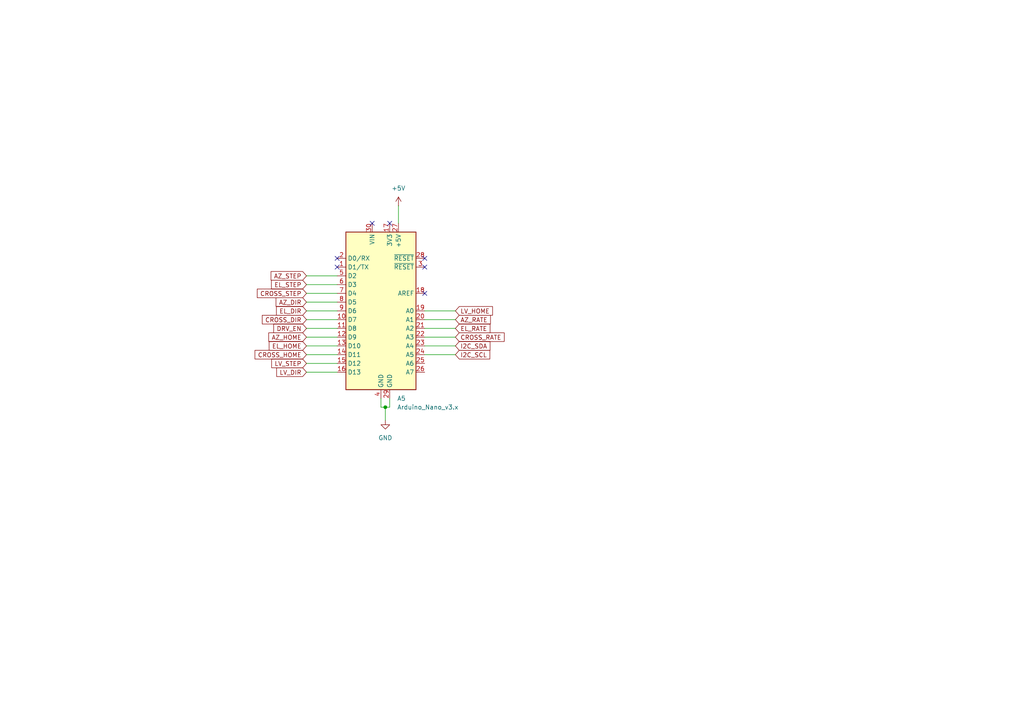
<source format=kicad_sch>
(kicad_sch (version 20250114) (generator "eeschema") (generator_version "9.0")
  (paper "A4")
  (lib_symbols
    (symbol "MCU_Module:Arduino_Nano_v3.x"
      (property "Reference" "A" (at -10.16 23.495 0))
      (property "Value" "Arduino_Nano_v3.x" (at 5.08 -24.13 0))
      (symbol "Arduino_Nano_v3.x_0_1"
        (rectangle (start -10.16 22.86) (end 10.16 -22.86) (stroke (width 0.254)) (fill (type background)))
      )
      (symbol "Arduino_Nano_v3.x_1_1"
        (pin bidirectional line (at -12.7 15.24 0) (length 2.54) (name "D0/RX") (number "2"))
        (pin bidirectional line (at -12.7 12.7 0) (length 2.54) (name "D1/TX") (number "1"))
        (pin bidirectional line (at -12.7 10.16 0) (length 2.54) (name "D2") (number "5"))
        (pin bidirectional line (at -12.7 7.62 0) (length 2.54) (name "D3") (number "6"))
        (pin bidirectional line (at -12.7 5.08 0) (length 2.54) (name "D4") (number "7"))
        (pin bidirectional line (at -12.7 2.54 0) (length 2.54) (name "D5") (number "8"))
        (pin bidirectional line (at -12.7 0 0) (length 2.54) (name "D6") (number "9"))
        (pin bidirectional line (at -12.7 -2.54 0) (length 2.54) (name "D7") (number "10"))
        (pin bidirectional line (at -12.7 -5.08 0) (length 2.54) (name "D8") (number "11"))
        (pin bidirectional line (at -12.7 -7.62 0) (length 2.54) (name "D9") (number "12"))
        (pin bidirectional line (at -12.7 -10.16 0) (length 2.54) (name "D10") (number "13"))
        (pin bidirectional line (at -12.7 -12.7 0) (length 2.54) (name "D11") (number "14"))
        (pin bidirectional line (at -12.7 -15.24 0) (length 2.54) (name "D12") (number "15"))
        (pin bidirectional line (at -12.7 -17.78 0) (length 2.54) (name "D13") (number "16"))
        (pin power_in line (at -2.54 25.4 270) (length 2.54) (name "VIN") (number "30"))
        (pin power_in line (at 0 -25.4 90) (length 2.54) (name "GND") (number "4"))
        (pin power_out line (at 2.54 25.4 270) (length 2.54) (name "3V3") (number "17"))
        (pin power_in line (at 2.54 -25.4 90) (length 2.54) (name "GND") (number "29"))
        (pin power_out line (at 5.08 25.4 270) (length 2.54) (name "+5V") (number "27"))
        (pin input line (at 12.7 15.24 180) (length 2.54) (name "~{RESET}") (number "28"))
        (pin input line (at 12.7 12.7 180) (length 2.54) (name "~{RESET}") (number "3"))
        (pin input line (at 12.7 5.08 180) (length 2.54) (name "AREF") (number "18"))
        (pin bidirectional line (at 12.7 0 180) (length 2.54) (name "A0") (number "19"))
        (pin bidirectional line (at 12.7 -2.54 180) (length 2.54) (name "A1") (number "20"))
        (pin bidirectional line (at 12.7 -5.08 180) (length 2.54) (name "A2") (number "21"))
        (pin bidirectional line (at 12.7 -7.62 180) (length 2.54) (name "A3") (number "22"))
        (pin bidirectional line (at 12.7 -10.16 180) (length 2.54) (name "A4") (number "23"))
        (pin bidirectional line (at 12.7 -12.7 180) (length 2.54) (name "A5") (number "24"))
        (pin bidirectional line (at 12.7 -15.24 180) (length 2.54) (name "A6") (number "25"))
        (pin bidirectional line (at 12.7 -17.78 180) (length 2.54) (name "A7") (number "26"))
      )
    )
    (symbol "power:+5V" (power) (pin_numbers (hide yes)) (pin_names (offset 0) (hide yes))
      (property "Value" "+5V" (at 0 3.556 0))
      (symbol "+5V_0_1"
        (polyline (pts (xy -0.762 1.27) (xy 0 2.54)))
        (polyline (pts (xy 0 2.54) (xy 0.762 1.27)))
        (polyline (pts (xy 0 0) (xy 0 2.54)))
      )
      (symbol "+5V_1_1"
        (pin power_in line (at 0 0 90) (length 0) (name "~") (number "1"))
      )
    )
    (symbol "power:GND" (power) (pin_numbers (hide yes)) (pin_names (offset 0) (hide yes))
      (property "Value" "GND" (at 0 -3.81 0))
      (symbol "GND_0_1"
        (polyline (pts (xy 0 0) (xy 0 -1.27) (xy 1.27 -1.27) (xy 0 -2.54) (xy -1.27 -1.27) (xy 0 -1.27)))
      )
      (symbol "GND_1_1"
        (pin power_in line (at 0 0 270) (length 0) (name "~") (number "1"))
      )
    )
  )
  (junction (at 111.76 118.11))
  (no_connect (at 123.19 74.93))
  (no_connect (at 123.19 85.09))
  (no_connect (at 97.79 74.93))
  (no_connect (at 107.95 64.77))
  (no_connect (at 113.03 64.77))
  (no_connect (at 123.19 77.47))
  (no_connect (at 97.79 77.47))
  (wire (pts (xy 113.03 115.57) (xy 113.03 118.11)))
  (wire (pts (xy 88.9 82.55) (xy 97.79 82.55)))
  (wire (pts (xy 113.03 118.11) (xy 111.76 118.11)))
  (wire (pts (xy 123.19 92.71) (xy 132.08 92.71)))
  (wire (pts (xy 110.49 118.11) (xy 111.76 118.11)))
  (wire (pts (xy 123.19 90.17) (xy 132.08 90.17)))
  (wire (pts (xy 88.9 87.63) (xy 97.79 87.63)))
  (wire (pts (xy 123.19 100.33) (xy 132.08 100.33)))
  (wire (pts (xy 88.9 92.71) (xy 97.79 92.71)))
  (wire (pts (xy 88.9 100.33) (xy 97.79 100.33)))
  (wire (pts (xy 88.9 90.17) (xy 97.79 90.17)))
  (wire (pts (xy 111.76 118.11) (xy 111.76 121.92)))
  (wire (pts (xy 88.9 107.95) (xy 97.79 107.95)))
  (wire (pts (xy 88.9 97.79) (xy 97.79 97.79)))
  (wire (pts (xy 123.19 97.79) (xy 132.08 97.79)))
  (wire (pts (xy 88.9 85.09) (xy 97.79 85.09)))
  (wire (pts (xy 88.9 105.41) (xy 97.79 105.41)))
  (wire (pts (xy 110.49 115.57) (xy 110.49 118.11)))
  (wire (pts (xy 123.19 102.87) (xy 132.08 102.87)))
  (wire (pts (xy 115.57 59.69) (xy 115.57 64.77)))
  (wire (pts (xy 88.9 95.25) (xy 97.79 95.25)))
  (wire (pts (xy 88.9 102.87) (xy 97.79 102.87)))
  (wire (pts (xy 88.9 80.01) (xy 97.79 80.01)))
  (wire (pts (xy 123.19 95.25) (xy 132.08 95.25)))
  (global_label "CROSS_RATE" (shape input) (at 132.08 97.79 0) (property "Intersheetrefs" "${INTERSHEET_REFS}" (effects (hide yes))))
  (global_label "AZ_RATE" (shape input) (at 132.08 92.71 0) (property "Intersheetrefs" "${INTERSHEET_REFS}" (effects (hide yes))))
  (global_label "AZ_DIR" (shape input) (at 88.9 87.63 180) (property "Intersheetrefs" "${INTERSHEET_REFS}" (effects (hide yes))))
  (global_label "CROSS_HOME" (shape input) (at 88.9 102.87 180) (property "Intersheetrefs" "${INTERSHEET_REFS}" (effects (hide yes))))
  (global_label "LV_HOME" (shape input) (at 132.08 90.17 0) (property "Intersheetrefs" "${INTERSHEET_REFS}" (effects (hide yes))))
  (global_label "CROSS_STEP" (shape input) (at 88.9 85.09 180) (property "Intersheetrefs" "${INTERSHEET_REFS}" (effects (hide yes))))
  (global_label "CROSS_DIR" (shape input) (at 88.9 92.71 180) (property "Intersheetrefs" "${INTERSHEET_REFS}" (effects (hide yes))))
  (global_label "EL_HOME" (shape input) (at 88.9 100.33 180) (property "Intersheetrefs" "${INTERSHEET_REFS}" (effects (hide yes))))
  (global_label "DRV_EN" (shape input) (at 88.9 95.25 180) (property "Intersheetrefs" "${INTERSHEET_REFS}" (effects (hide yes))))
  (global_label "EL_RATE" (shape input) (at 132.08 95.25 0) (property "Intersheetrefs" "${INTERSHEET_REFS}" (effects (hide yes))))
  (global_label "EL_DIR" (shape input) (at 88.9 90.17 180) (property "Intersheetrefs" "${INTERSHEET_REFS}" (effects (hide yes))))
  (global_label "LV_STEP" (shape input) (at 88.9 105.41 180) (property "Intersheetrefs" "${INTERSHEET_REFS}" (effects (hide yes))))
  (global_label "AZ_HOME" (shape input) (at 88.9 97.79 180) (property "Intersheetrefs" "${INTERSHEET_REFS}" (effects (hide yes))))
  (global_label "AZ_STEP" (shape input) (at 88.9 80.01 180) (property "Intersheetrefs" "${INTERSHEET_REFS}" (effects (hide yes))))
  (global_label "LV_DIR" (shape input) (at 88.9 107.95 180) (property "Intersheetrefs" "${INTERSHEET_REFS}" (effects (hide yes))))
  (global_label "I2C_SCL" (shape input) (at 132.08 102.87 0) (property "Intersheetrefs" "${INTERSHEET_REFS}" (effects (hide yes))))
  (global_label "EL_STEP" (shape input) (at 88.9 82.55 180) (property "Intersheetrefs" "${INTERSHEET_REFS}" (effects (hide yes))))
  (global_label "I2C_SDA" (shape input) (at 132.08 100.33 0) (property "Intersheetrefs" "${INTERSHEET_REFS}" (effects (hide yes))))
  (symbol (lib_id "MCU_Module:Arduino_Nano_v3.x") (at 110.49 90.17 0) (unit 1)
    (property "Reference" "A5" (at 115.1733 115.57 0) (effects (justify left)))
    (property "Value" "Arduino_Nano_v3.x" (at 115.1733 118.11 0) (effects (justify left)))
    (property "Footprint" "Module:Arduino_Nano" (effects (hide yes)))
    (property "Datasheet" "http://www.mouser.com/pdfdocs/Gravitech_Arduino_Nano3_0.pdf" (effects (hide yes)))
    (property "Description" "Arduino Nano v3.x" (effects (hide yes)))
  )
  (symbol (lib_id "power:GND") (at 111.76 121.92 0) (unit 1)
    (property "Reference" "#PWR022" (effects (hide yes)))
    (property "Value" "GND" (at 111.76 127 0))
    (property "Description" "Power symbol creates a global label with name \"GND\" , ground" (effects (hide yes)))
  )
  (symbol (lib_id "power:+5V") (at 115.57 59.69 0) (unit 1)
    (property "Reference" "#PWR021" (effects (hide yes)))
    (property "Value" "+5V" (at 115.57 54.61 0))
    (property "Description" "Power symbol creates a global label with name \"+5V\"" (effects (hide yes)))
  )
)
</source>
